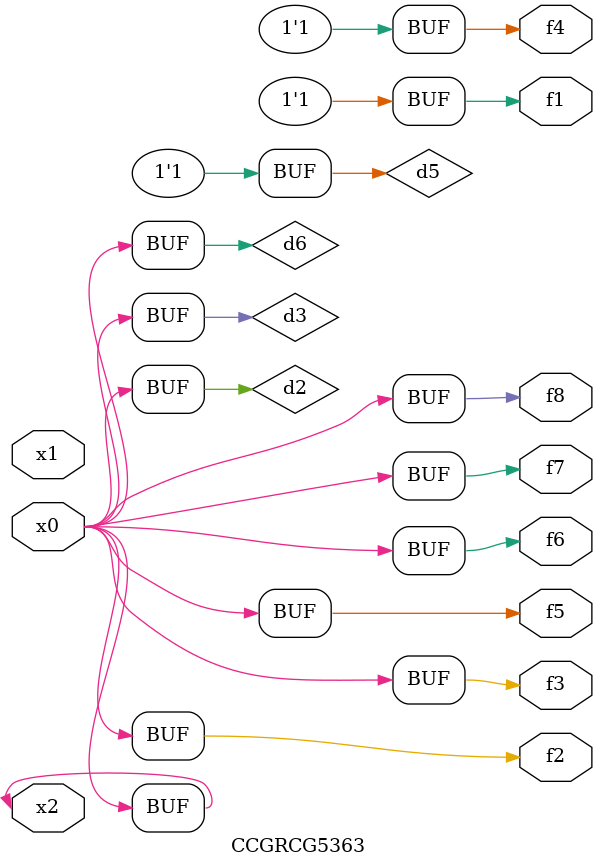
<source format=v>
module CCGRCG5363(
	input x0, x1, x2,
	output f1, f2, f3, f4, f5, f6, f7, f8
);

	wire d1, d2, d3, d4, d5, d6;

	xnor (d1, x2);
	buf (d2, x0, x2);
	and (d3, x0);
	xnor (d4, x1, x2);
	nand (d5, d1, d3);
	buf (d6, d2, d3);
	assign f1 = d5;
	assign f2 = d6;
	assign f3 = d6;
	assign f4 = d5;
	assign f5 = d6;
	assign f6 = d6;
	assign f7 = d6;
	assign f8 = d6;
endmodule

</source>
